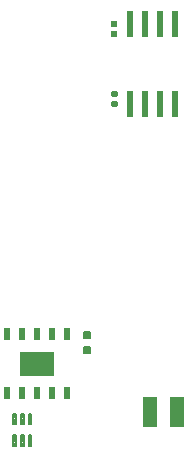
<source format=gbr>
G04 EAGLE Gerber RS-274X export*
G75*
%MOMM*%
%FSLAX34Y34*%
%LPD*%
%INSolderpaste Bottom*%
%IPPOS*%
%AMOC8*
5,1,8,0,0,1.08239X$1,22.5*%
G01*
%ADD10R,1.270000X2.540000*%
%ADD11R,0.600000X0.540000*%
%ADD12C,0.270000*%
%ADD13R,0.609600X2.286000*%
%ADD14C,0.158750*%
%ADD15R,0.500000X1.000000*%
%ADD16R,3.000000X2.000000*%
%ADD17C,0.200000*%


D10*
X128270Y57150D03*
X151130Y57150D03*
D11*
X97790Y385320D03*
X97790Y376680D03*
D12*
X99440Y319610D02*
X99440Y316910D01*
X96140Y316910D01*
X96140Y319610D01*
X99440Y319610D01*
X99440Y319475D02*
X96140Y319475D01*
X99440Y325550D02*
X99440Y328250D01*
X99440Y325550D02*
X96140Y325550D01*
X96140Y328250D01*
X99440Y328250D01*
X99440Y328115D02*
X96140Y328115D01*
D13*
X111760Y385572D03*
X111760Y318008D03*
X124460Y385572D03*
X137160Y385572D03*
X124460Y318008D03*
X137160Y318008D03*
X149860Y385572D03*
X149860Y318008D03*
D14*
X77311Y111601D02*
X77311Y106839D01*
X72549Y106839D01*
X72549Y111601D01*
X77311Y111601D01*
X77311Y108348D02*
X72549Y108348D01*
X72549Y109857D02*
X77311Y109857D01*
X77311Y111366D02*
X72549Y111366D01*
X77311Y119539D02*
X77311Y124301D01*
X77311Y119539D02*
X72549Y119539D01*
X72549Y124301D01*
X77311Y124301D01*
X77311Y121048D02*
X72549Y121048D01*
X72549Y122557D02*
X77311Y122557D01*
X77311Y124066D02*
X72549Y124066D01*
D15*
X58520Y72790D03*
X45820Y72790D03*
X33120Y72790D03*
X20420Y72790D03*
X7720Y72790D03*
X7720Y122790D03*
X20420Y122790D03*
X33120Y122790D03*
X45820Y122790D03*
X58520Y122790D03*
D16*
X33020Y97790D03*
D17*
X12820Y55560D02*
X12820Y46660D01*
X12820Y55560D02*
X14820Y55560D01*
X14820Y46660D01*
X12820Y46660D01*
X12820Y48560D02*
X14820Y48560D01*
X14820Y50460D02*
X12820Y50460D01*
X12820Y52360D02*
X14820Y52360D01*
X14820Y54260D02*
X12820Y54260D01*
X19320Y55560D02*
X19320Y46660D01*
X19320Y55560D02*
X21320Y55560D01*
X21320Y46660D01*
X19320Y46660D01*
X19320Y48560D02*
X21320Y48560D01*
X21320Y50460D02*
X19320Y50460D01*
X19320Y52360D02*
X21320Y52360D01*
X21320Y54260D02*
X19320Y54260D01*
X25820Y55560D02*
X25820Y46660D01*
X25820Y55560D02*
X27820Y55560D01*
X27820Y46660D01*
X25820Y46660D01*
X25820Y48560D02*
X27820Y48560D01*
X27820Y50460D02*
X25820Y50460D01*
X25820Y52360D02*
X27820Y52360D01*
X27820Y54260D02*
X25820Y54260D01*
X27820Y37160D02*
X27820Y28260D01*
X25820Y28260D01*
X25820Y37160D01*
X27820Y37160D01*
X27820Y30160D02*
X25820Y30160D01*
X25820Y32060D02*
X27820Y32060D01*
X27820Y33960D02*
X25820Y33960D01*
X25820Y35860D02*
X27820Y35860D01*
X21320Y37160D02*
X21320Y28260D01*
X19320Y28260D01*
X19320Y37160D01*
X21320Y37160D01*
X21320Y30160D02*
X19320Y30160D01*
X19320Y32060D02*
X21320Y32060D01*
X21320Y33960D02*
X19320Y33960D01*
X19320Y35860D02*
X21320Y35860D01*
X14820Y37160D02*
X14820Y28260D01*
X12820Y28260D01*
X12820Y37160D01*
X14820Y37160D01*
X14820Y30160D02*
X12820Y30160D01*
X12820Y32060D02*
X14820Y32060D01*
X14820Y33960D02*
X12820Y33960D01*
X12820Y35860D02*
X14820Y35860D01*
M02*

</source>
